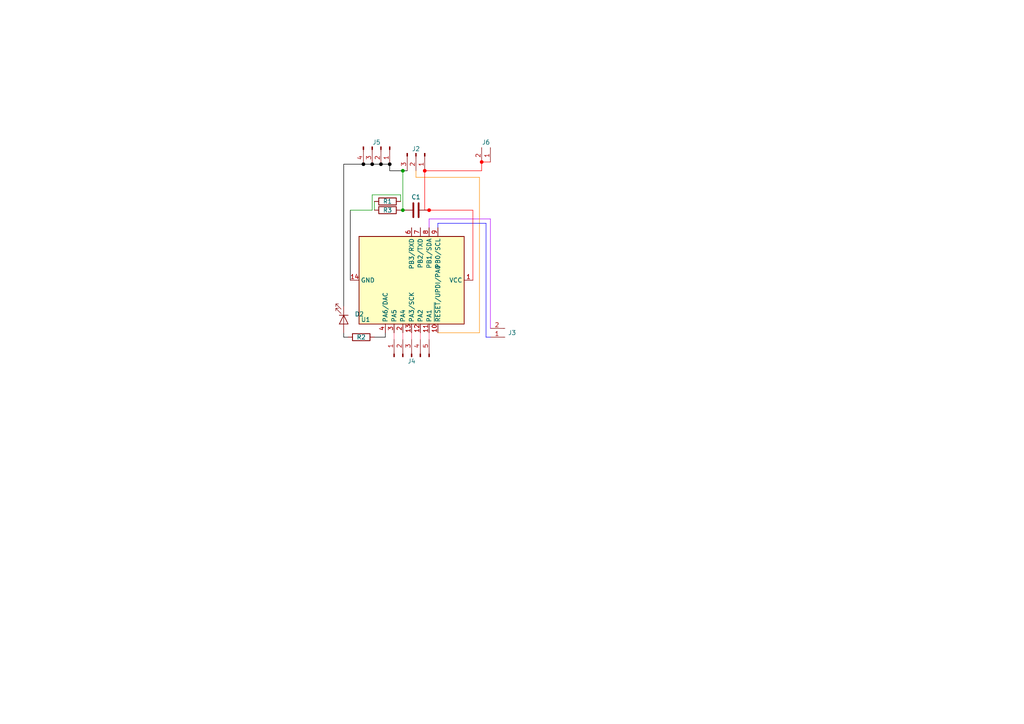
<source format=kicad_sch>
(kicad_sch (version 20211123) (generator eeschema)
  (paper "A4")
  (title_block (title "RFIDCardBoard") (date "2022-04-24"))
  (lib_symbols
    (symbol "fab:C" (pin_numbers hide) (pin_names (offset 0.254))
      (property "Reference" "C" (at 0.635 2.54 0))
      (property "Value" "C" (at 0.635 -2.54 0))
      (symbol "C_0_1"
        (polyline (pts (xy -2.032 -0.762) (xy 2.032 -0.762)) (stroke (width 0.508)))
        (polyline (pts (xy -2.032 0.762) (xy 2.032 0.762)) (stroke (width 0.508)))
      )
      (symbol "C_1_1"
        (pin passive line (at 0 3.81 270) (length 2.794) (name "~") (number "1"))
        (pin passive line (at 0 -3.81 90) (length 2.794) (name "~") (number "2"))
      )
    )
    (symbol "fab:Conn_PinHeader_1x02_P2.54mm_Horizontal_SMD" (pin_names (offset 1.016))
      (property "Reference" "J" (at 0 2.54 0))
      (property "Value" "Conn_PinHeader_1x02_P2.54mm_Horizontal_SMD" (at 0 -5.08 0))
      (symbol "Conn_PinHeader_1x02_P2.54mm_Horizontal_SMD_1_1"
        (polyline (pts (xy 1.27 -2.54) (xy 0.8636 -2.54)) (stroke (width 0.1524)))
        (polyline (pts (xy 1.27 0) (xy 0.8636 0)) (stroke (width 0.1524)))
        (pin passive line (at 5.08 0 180) (length 3.81) (name "~") (number "1"))
        (pin passive line (at 5.08 -2.54 180) (length 3.81) (name "~") (number "2"))
      )
    )
    (symbol "fab:Conn_PinHeader_1x03_P2.54mm_Horizontal_SMD" (pin_names (offset 1.016) hide)
      (property "Reference" "J" (at 0 5.08 0))
      (property "Value" "Conn_PinHeader_1x03_P2.54mm_Horizontal_SMD" (at 0 -5.08 0))
      (symbol "Conn_PinHeader_1x03_P2.54mm_Horizontal_SMD_1_1"
        (polyline (pts (xy 1.27 -2.54) (xy 0.8636 -2.54)) (stroke (width 0.1524)))
        (polyline (pts (xy 1.27 0) (xy 0.8636 0)) (stroke (width 0.1524)))
        (polyline (pts (xy 1.27 2.54) (xy 0.8636 2.54)) (stroke (width 0.1524)))
        (rectangle (start 0.8636 -2.413) (end 0 -2.667) (stroke (width 0.1524)) (fill (type outline)))
        (rectangle (start 0.8636 0.127) (end 0 -0.127) (stroke (width 0.1524)) (fill (type outline)))
        (rectangle (start 0.8636 2.667) (end 0 2.413) (stroke (width 0.1524)) (fill (type outline)))
        (pin passive line (at 5.08 2.54 180) (length 3.81) (name "Pin_1") (number "1"))
        (pin passive line (at 5.08 0 180) (length 3.81) (name "Pin_2") (number "2"))
        (pin passive line (at 5.08 -2.54 180) (length 3.81) (name "Pin_3") (number "3"))
      )
    )
    (symbol "fab:Conn_PinHeader_1x04_P2.54mm_Horizontal_SMD" (pin_names (offset 1.016) hide)
      (property "Reference" "J" (at 0 5.08 0))
      (property "Value" "Conn_PinHeader_1x04_P2.54mm_Horizontal_SMD" (at 0 -7.62 0))
      (symbol "Conn_PinHeader_1x04_P2.54mm_Horizontal_SMD_1_1"
        (polyline (pts (xy 1.27 -5.08) (xy 0.8636 -5.08)) (stroke (width 0.1524)))
        (polyline (pts (xy 1.27 -2.54) (xy 0.8636 -2.54)) (stroke (width 0.1524)))
        (polyline (pts (xy 1.27 0) (xy 0.8636 0)) (stroke (width 0.1524)))
        (polyline (pts (xy 1.27 2.54) (xy 0.8636 2.54)) (stroke (width 0.1524)))
        (rectangle (start 0.8636 -4.953) (end 0 -5.207) (stroke (width 0.1524)) (fill (type outline)))
        (rectangle (start 0.8636 -2.413) (end 0 -2.667) (stroke (width 0.1524)) (fill (type outline)))
        (rectangle (start 0.8636 0.127) (end 0 -0.127) (stroke (width 0.1524)) (fill (type outline)))
        (rectangle (start 0.8636 2.667) (end 0 2.413) (stroke (width 0.1524)) (fill (type outline)))
        (pin passive line (at 5.08 2.54 180) (length 3.81) (name "Pin_1") (number "1"))
        (pin passive line (at 5.08 0 180) (length 3.81) (name "Pin_2") (number "2"))
        (pin passive line (at 5.08 -2.54 180) (length 3.81) (name "Pin_3") (number "3"))
        (pin passive line (at 5.08 -5.08 180) (length 3.81) (name "Pin_4") (number "4"))
      )
    )
    (symbol "fab:Conn_PinHeader_1x05_P2.54mm_Horizontal_SMD" (pin_names (offset 1.016) hide)
      (property "Reference" "J" (at 0 7.62 0))
      (property "Value" "Conn_PinHeader_1x05_P2.54mm_Horizontal_SMD" (at 0 -7.62 0))
      (symbol "Conn_PinHeader_1x05_P2.54mm_Horizontal_SMD_1_1"
        (polyline (pts (xy 1.27 -5.08) (xy 0.8636 -5.08)) (stroke (width 0.1524)))
        (polyline (pts (xy 1.27 -2.54) (xy 0.8636 -2.54)) (stroke (width 0.1524)))
        (polyline (pts (xy 1.27 0) (xy 0.8636 0)) (stroke (width 0.1524)))
        (polyline (pts (xy 1.27 2.54) (xy 0.8636 2.54)) (stroke (width 0.1524)))
        (polyline (pts (xy 1.27 5.08) (xy 0.8636 5.08)) (stroke (width 0.1524)))
        (rectangle (start 0.8636 -4.953) (end 0 -5.207) (stroke (width 0.1524)) (fill (type outline)))
        (rectangle (start 0.8636 -2.413) (end 0 -2.667) (stroke (width 0.1524)) (fill (type outline)))
        (rectangle (start 0.8636 0.127) (end 0 -0.127) (stroke (width 0.1524)) (fill (type outline)))
        (rectangle (start 0.8636 2.667) (end 0 2.413) (stroke (width 0.1524)) (fill (type outline)))
        (rectangle (start 0.8636 5.207) (end 0 4.953) (stroke (width 0.1524)) (fill (type outline)))
        (pin passive line (at 5.08 5.08 180) (length 3.81) (name "Pin_1") (number "1"))
        (pin passive line (at 5.08 2.54 180) (length 3.81) (name "Pin_2") (number "2"))
        (pin passive line (at 5.08 0 180) (length 3.81) (name "Pin_3") (number "3"))
        (pin passive line (at 5.08 -2.54 180) (length 3.81) (name "Pin_4") (number "4"))
        (pin passive line (at 5.08 -5.08 180) (length 3.81) (name "Pin_5") (number "5"))
      )
    )
    (symbol "fab:LED" (pin_numbers hide) (pin_names (offset 1.016) hide)
      (property "Reference" "D" (at 0 2.54 0))
      (property "Value" "LED" (at 0 -2.54 0))
      (symbol "LED_0_1"
        (polyline (pts (xy -1.27 -1.27) (xy -1.27 1.27)) (stroke (width 0.2032)))
        (polyline (pts (xy -1.27 0) (xy 1.27 0)))
        (polyline (pts (xy 1.27 -1.27) (xy 1.27 1.27) (xy -1.27 0) (xy 1.27 -1.27)) (stroke (width 0.2032)))
        (polyline (pts (xy -3.048 -0.762) (xy -4.572 -2.286) (xy -3.81 -2.286) (xy -4.572 -2.286) (xy -4.572 -1.524)))
        (polyline (pts (xy -1.778 -0.762) (xy -3.302 -2.286) (xy -2.54 -2.286) (xy -3.302 -2.286) (xy -3.302 -1.524)))
      )
      (symbol "LED_1_1"
        (pin passive line (at -3.81 0 0) (length 2.54) (name "K") (number "1"))
        (pin passive line (at 3.81 0 180) (length 2.54) (name "A") (number "2"))
      )
    )
    (symbol "fab:Microcontroller_ATtiny1614-SSFR"
      (property "Reference" "U1" (at 33.02 6.5788 90))
      (property "Value" "Microcontroller_ATtiny1614-SSFR" (at 33.02 4.0388 90))
      (symbol "Microcontroller_ATtiny1614-SSFR_0_1"
        (rectangle (start -12.7 -15.24) (end 12.7 15.24) (stroke (width 0.254)) (fill (type background)))
      )
      (symbol "Microcontroller_ATtiny1614-SSFR_1_1"
        (pin power_in line (at 0 17.78 270) (length 2.54) (name "VCC") (number "1"))
        (pin bidirectional line (at 15.24 7.62 180) (length 2.54) (name "~{RESET}/UPDI/PA0") (number "10"))
        (pin bidirectional line (at 15.24 5.08 180) (length 2.54) (name "PA1") (number "11"))
        (pin bidirectional line (at 15.24 2.54 180) (length 2.54) (name "PA2") (number "12"))
        (pin bidirectional line (at 15.24 0 180) (length 2.54) (name "PA3/SCK") (number "13"))
        (pin power_in line (at 0 -17.78 90) (length 2.54) (name "GND") (number "14"))
        (pin bidirectional line (at 15.24 -2.54 180) (length 2.54) (name "PA4") (number "2"))
        (pin bidirectional line (at 15.24 -5.08 180) (length 2.54) (name "PA5") (number "3"))
        (pin bidirectional line (at 15.24 -7.62 180) (length 2.54) (name "PA6/DAC") (number "4"))
        (pin no_connect line (at 15.24 -10.16 180) (length 2.54) hide (name "PA7") (number "5"))
        (pin bidirectional line (at -15.24 0 0) (length 2.54) (name "PB3/RXD") (number "6"))
        (pin bidirectional line (at -15.24 2.54 0) (length 2.54) (name "PB2/TXD") (number "7"))
        (pin bidirectional line (at -15.24 5.08 0) (length 2.54) (name "PB1/SDA") (number "8"))
        (pin bidirectional line (at -15.24 7.62 0) (length 2.54) (name "PB0/SCL") (number "9"))
      )
    )
    (symbol "fab:R" (pin_numbers hide) (pin_names (offset 0))
      (property "Reference" "R" (at 2.032 0 90))
      (property "Value" "R" (at 0 0 90))
      (symbol "R_0_1"
        (rectangle (start -1.016 -2.54) (end 1.016 2.54) (stroke (width 0.254)))
      )
      (symbol "R_1_1"
        (pin passive line (at 0 3.81 270) (length 1.27) (name "~") (number "1"))
        (pin passive line (at 0 -3.81 90) (length 1.27) (name "~") (number "2"))
      )
    )
  )
  (junction (at 116.84 60.96))
  (junction (at 110.49 47.625) (color 0 0 0 1))
  (junction (at 113.03 47.625) (color 0 0 0 1))
  (junction (at 123.19 49.53) (color 255 0 0 1))
  (junction (at 139.7 46.99) (color 255 0 0 1))
  (junction (at 107.95 47.625) (color 0 0 0 1))
  (junction (at 105.41 47.625) (color 0 0 0 1))
  (junction (at 124.46 60.96) (color 255 0 0 1))
  (junction (at 116.84 49.53))
  (wire (pts (xy 101.6 60.96) (xy 107.95 60.96)))
  (wire (pts (xy 137.16 60.96) (xy 137.16 81.28)) (stroke (width 0) (color 255 0 2 1)))
  (wire (pts (xy 124.46 96.52) (xy 124.46 98.425)) (stroke (width 0) (color 255 87 124 1)))
  (wire (pts (xy 142.24 63.5) (xy 142.24 95.25)) (stroke (width 0) (color 179 0 255 1)))
  (wire (pts (xy 139.065 96.52) (xy 127 96.52)) (stroke (width 0) (color 255 142 3 1)))
  (wire (pts (xy 107.95 47.625) (xy 110.49 47.625)) (stroke (width 0) (color 0 0 0 1)))
  (wire (pts (xy 114.3 96.52) (xy 114.3 98.425)) (stroke (width 0) (color 255 87 124 1)))
  (wire (pts (xy 116.84 96.52) (xy 116.84 98.425)) (stroke (width 0) (color 255 87 124 1)))
  (wire (pts (xy 127 66.04) (xy 127 64.77)) (stroke (width 0) (color 12 0 255 1)))
  (wire (pts (xy 139.065 51.435) (xy 139.065 96.52)) (stroke (width 0) (color 255 142 3 1)))
  (wire (pts (xy 120.65 49.53) (xy 120.65 51.435)) (stroke (width 0) (color 255 142 3 1)))
  (wire (pts (xy 139.7 49.53) (xy 139.7 46.99)) (stroke (width 0) (color 255 0 2 1)))
  (wire (pts (xy 110.49 47.625) (xy 113.03 47.625)) (stroke (width 0) (color 0 0 0 1)))
  (wire (pts (xy 107.95 56.515) (xy 107.95 60.96)))
  (wire (pts (xy 123.19 49.53) (xy 139.7 49.53)) (stroke (width 0) (color 255 0 2 1)))
  (wire (pts (xy 108.585 97.79) (xy 111.76 97.79)) (stroke (width 0) (color 0 0 0 1)))
  (wire (pts (xy 99.695 97.79) (xy 100.965 97.79)) (stroke (width 0) (color 0 0 0 1)))
  (wire (pts (xy 124.46 63.5) (xy 142.24 63.5)) (stroke (width 0) (color 179 0 255 1)))
  (wire (pts (xy 111.76 97.79) (xy 111.76 96.52)) (stroke (width 0) (color 0 0 0 1)))
  (wire (pts (xy 113.03 49.53) (xy 116.84 49.53)) (stroke (width 0) (color 0 0 0 1)))
  (wire (pts (xy 116.205 60.96) (xy 116.84 60.96)))
  (wire (pts (xy 123.19 49.53) (xy 123.19 60.96)) (stroke (width 0) (color 255 0 2 1)))
  (wire (pts (xy 99.695 47.625) (xy 105.41 47.625)) (stroke (width 0) (color 0 0 0 1)))
  (wire (pts (xy 116.84 49.53) (xy 116.84 60.96)))
  (wire (pts (xy 116.205 58.42) (xy 116.205 56.515)))
  (wire (pts (xy 105.41 47.625) (xy 107.95 47.625)) (stroke (width 0) (color 0 0 0 1)))
  (wire (pts (xy 124.46 60.96) (xy 137.16 60.96)) (stroke (width 0) (color 255 0 2 1)))
  (wire (pts (xy 113.03 47.625) (xy 113.03 49.53)) (stroke (width 0) (color 0 0 0 1)))
  (wire (pts (xy 99.695 96.52) (xy 99.695 97.79)) (stroke (width 0) (color 0 0 0 1)))
  (wire (pts (xy 124.46 66.04) (xy 124.46 63.5)) (stroke (width 0) (color 179 0 255 1)))
  (wire (pts (xy 108.585 58.42) (xy 108.585 60.96)))
  (wire (pts (xy 116.205 56.515) (xy 107.95 56.515)))
  (wire (pts (xy 116.84 49.53) (xy 118.11 49.53)) (stroke (width 0) (color 0 0 0 1)))
  (wire (pts (xy 140.97 97.79) (xy 142.24 97.79)) (stroke (width 0) (color 12 0 255 1)))
  (wire (pts (xy 127 64.77) (xy 140.97 64.77)) (stroke (width 0) (color 12 0 255 1)))
  (wire (pts (xy 120.65 51.435) (xy 139.065 51.435)) (stroke (width 0) (color 255 142 3 1)))
  (wire (pts (xy 140.97 64.77) (xy 140.97 97.79)) (stroke (width 0) (color 12 0 255 1)))
  (wire (pts (xy 123.19 60.96) (xy 124.46 60.96)) (stroke (width 0) (color 255 0 2 1)))
  (wire (pts (xy 121.92 96.52) (xy 121.92 98.425)) (stroke (width 0) (color 255 87 124 1)))
  (wire (pts (xy 119.38 96.52) (xy 119.38 98.425)) (stroke (width 0) (color 255 87 124 1)))
  (wire (pts (xy 99.695 88.9) (xy 99.695 47.625)) (stroke (width 0) (color 0 0 0 1)))
  (wire (pts (xy 139.7 46.99) (xy 142.24 46.99)) (stroke (width 0) (color 255 0 2 1)))
  (wire (pts (xy 101.6 60.96) (xy 101.6 81.28)) (stroke (width 0) (color 0 0 0 1)))
  (symbol (lib_id "fab:Conn_PinHeader_1x02_P2.54mm_Horizontal_SMD") (at 142.24 41.91 270) (unit 1)
    (property "Reference" "J6" (at 140.97 41.275 90))
    (property "Value" "Power_Rail" (effects hide))
    (property "Footprint" "fab:PinHeader_UPDI_01x02_P2.54mm_Horizontal_SMD" (effects hide))
  )
  (symbol (lib_id "fab:LED") (at 99.695 92.71 270) (unit 1)
    (property "Reference" "D2" (at 102.87 91.1097 90) (effects (justify left)))
    (property "Value" "LED" (effects hide))
    (property "Footprint" "fab:LED_1206" (effects hide))
    (property "Datasheet" "https://optoelectronics.liteon.com/upload/download/DS-22-98-0002/LTST-C150CKT.pdf" (effects hide))
  )
  (symbol (lib_id "fab:Conn_PinHeader_1x05_P2.54mm_Horizontal_SMD") (at 119.38 103.505 90) (unit 1)
    (property "Reference" "J4" (at 119.38 104.775 90))
    (property "Value" "RFID_CC" (effects hide))
    (property "Footprint" "fab:PinHeader_1x05_P2.54mm_Horizontal_SMD" (effects hide))
  )
  (symbol (lib_id "fab:R") (at 104.775 97.79 270) (unit 1)
    (property "Reference" "R2" (at 104.775 97.79 90))
    (property "Value" "R" (effects hide))
    (property "Footprint" "fab:R_1206" (effects hide))
  )
  (symbol (lib_id "fab:C") (at 120.65 60.96 90) (unit 1)
    (property "Reference" "C1" (at 120.65 57.15 90))
    (property "Value" "C" (effects hide))
    (property "Footprint" "fab:C_1206" (effects hide))
  )
  (symbol (lib_id "fab:R") (at 112.395 58.42 270) (unit 1)
    (property "Reference" "R1" (at 112.395 58.42 90))
    (property "Value" "R" (effects hide))
    (property "Footprint" "fab:R_1206" (effects hide))
  )
  (symbol (lib_id "fab:Conn_PinHeader_1x03_P2.54mm_Horizontal_SMD") (at 120.65 44.45 270) (unit 1)
    (property "Reference" "J2" (at 120.65 43.18 90))
    (property "Value" "Microcontroller_Ground_UPDI_Power" (effects hide))
    (property "Footprint" "fab:PinHeader_1x03_P2.54mm_Horizontal_SMD" (effects hide))
  )
  (symbol (lib_id "fab:Conn_PinHeader_1x04_P2.54mm_Horizontal_SMD") (at 110.49 42.545 270) (unit 1)
    (property "Reference" "J5" (at 109.22 41.275 90))
    (property "Value" "Ground_Rail" (effects hide))
    (property "Footprint" "fab:PinHeader_1x04_P2.54mm_Horizontal_SMD" (effects hide))
  )
  (symbol (lib_id "fab:Conn_PinHeader_1x02_P2.54mm_Horizontal_SMD") (at 147.32 97.79 180) (unit 1)
    (property "Reference" "J3" (at 147.32 96.5199 0) (effects (justify right)))
    (property "Value" "SDA SCL" (effects hide))
    (property "Footprint" "fab:PinHeader_UPDI_01x02_P2.54mm_Horizontal_SMD" (effects hide))
  )
  (symbol (lib_id "fab:R") (at 112.395 60.96 270) (unit 1)
    (property "Reference" "R3" (at 112.395 60.96 90))
    (property "Value" "R" (effects hide))
    (property "Footprint" "fab:R_1206" (effects hide))
  )
  (symbol (lib_id "fab:Microcontroller_ATtiny1614-SSFR") (at 119.38 81.28 270) (unit 1)
    (property "Reference" "U1" (at 106.045 92.71 90))
    (property "Value" "Microcontroller_ATtiny1614-SSFR" (effects hide))
    (property "Footprint" "fab:SOIC-14_3.9x8.7mm_P1.27mm" (effects hide))
    (property "Datasheet" "http://ww1.microchip.com/downloads/en/DeviceDoc/ATtiny1614-16-17-DataSheet-DS40002204A.pdf" (effects hide))
  )
)
</source>
